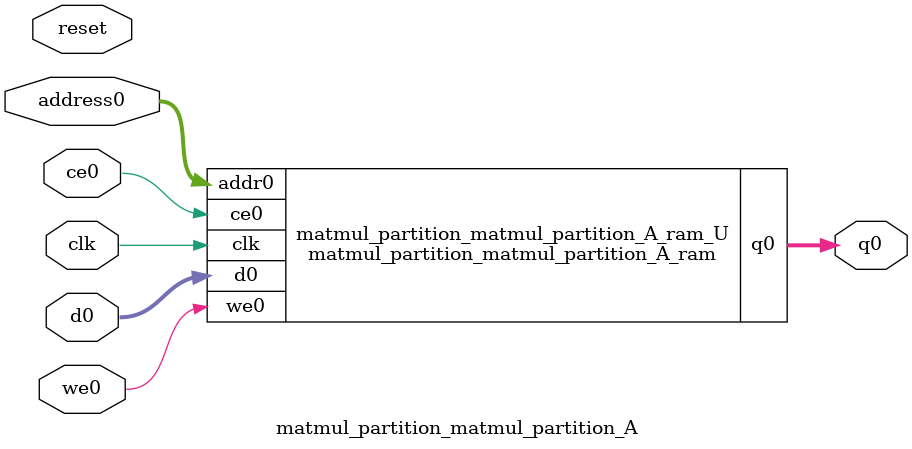
<source format=v>
`timescale 1 ns / 1 ps
module matmul_partition_matmul_partition_A_ram (addr0, ce0, d0, we0, q0,  clk);

parameter DWIDTH = 32;
parameter AWIDTH = 8;
parameter MEM_SIZE = 256;

input[AWIDTH-1:0] addr0;
input ce0;
input[DWIDTH-1:0] d0;
input we0;
output reg[DWIDTH-1:0] q0;
input clk;

(* ram_style = "block" *)reg [DWIDTH-1:0] ram[0:MEM_SIZE-1];




always @(posedge clk)  
begin 
    if (ce0) begin
        if (we0) 
            ram[addr0] <= d0; 
        q0 <= ram[addr0];
    end
end


endmodule

`timescale 1 ns / 1 ps
module matmul_partition_matmul_partition_A(
    reset,
    clk,
    address0,
    ce0,
    we0,
    d0,
    q0);

parameter DataWidth = 32'd32;
parameter AddressRange = 32'd256;
parameter AddressWidth = 32'd8;
input reset;
input clk;
input[AddressWidth - 1:0] address0;
input ce0;
input we0;
input[DataWidth - 1:0] d0;
output[DataWidth - 1:0] q0;



matmul_partition_matmul_partition_A_ram matmul_partition_matmul_partition_A_ram_U(
    .clk( clk ),
    .addr0( address0 ),
    .ce0( ce0 ),
    .we0( we0 ),
    .d0( d0 ),
    .q0( q0 ));

endmodule


</source>
